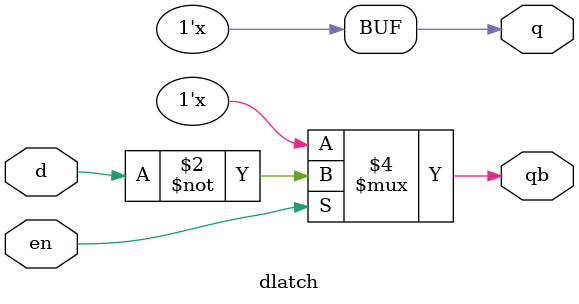
<source format=sv>
module tstdlatch; //test-bench
reg d,en;
wire q,qb;
// dlatch ff(en,d,q,qb); // Assuming instantiation of a D latch module
initial
begin
d = 1'b0;
en = 1'b0; // Latch disabled
end
always #4 en =~en; // Enable toggles every 4 time units
always #8 d=~d; // Data toggles every 8 time units
initial $monitor($time," en = %b, d = %b, q = %b, qb = %b ", en,d,q,qb);
initial #40 $stop;
endmodule
module dlatch (en,d,q,qb);
input d,en;
output q,qb;
reg q,qb;
always begin
if(en)
begin
q <= d;
qb <= ~d;
end
else
qb <= 1'bx;
q <= 1'bx;
end
endmodule
</source>
